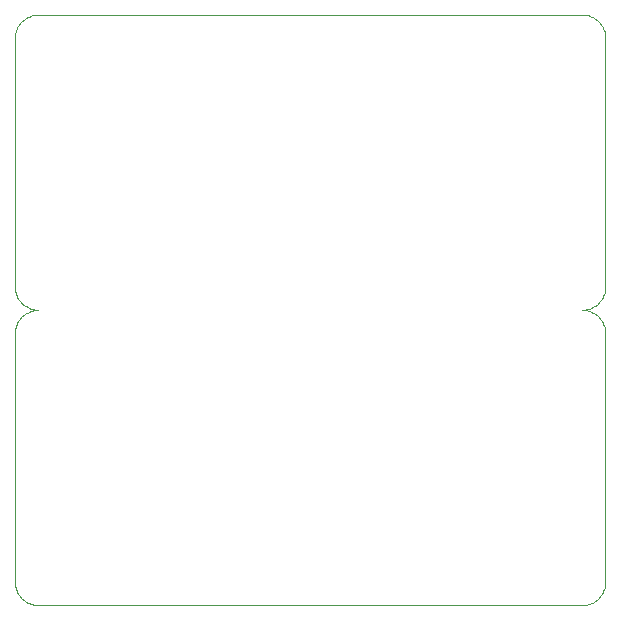
<source format=gbo>
G75*
%MOIN*%
%OFA0B0*%
%FSLAX24Y24*%
%IPPOS*%
%LPD*%
%AMOC8*
5,1,8,0,0,1.08239X$1,22.5*
%
%ADD10C,0.0000*%
%ADD11C,0.0004*%
D10*
X000102Y000889D02*
X000102Y009157D01*
X000102Y010732D02*
X000102Y019000D01*
X000889Y019787D02*
X019000Y019787D01*
X019787Y019000D02*
X019787Y010732D01*
X019787Y009157D02*
X019787Y000889D01*
X019000Y000102D02*
X000889Y000102D01*
D11*
X000835Y000104D01*
X000782Y000109D01*
X000729Y000118D01*
X000677Y000131D01*
X000625Y000147D01*
X000575Y000167D01*
X000527Y000190D01*
X000480Y000217D01*
X000435Y000246D01*
X000392Y000279D01*
X000352Y000314D01*
X000314Y000352D01*
X000279Y000392D01*
X000246Y000435D01*
X000217Y000480D01*
X000190Y000527D01*
X000167Y000575D01*
X000147Y000625D01*
X000131Y000677D01*
X000118Y000729D01*
X000109Y000782D01*
X000104Y000835D01*
X000102Y000889D01*
X000102Y009157D02*
X000104Y009211D01*
X000109Y009264D01*
X000118Y009317D01*
X000131Y009369D01*
X000147Y009421D01*
X000167Y009471D01*
X000190Y009519D01*
X000217Y009566D01*
X000246Y009611D01*
X000279Y009654D01*
X000314Y009694D01*
X000352Y009732D01*
X000392Y009767D01*
X000435Y009800D01*
X000480Y009829D01*
X000527Y009856D01*
X000575Y009879D01*
X000625Y009899D01*
X000677Y009915D01*
X000729Y009928D01*
X000782Y009937D01*
X000835Y009942D01*
X000889Y009944D01*
X000889Y009945D02*
X000835Y009947D01*
X000782Y009952D01*
X000729Y009961D01*
X000677Y009974D01*
X000625Y009990D01*
X000575Y010010D01*
X000527Y010033D01*
X000480Y010060D01*
X000435Y010089D01*
X000392Y010122D01*
X000352Y010157D01*
X000314Y010195D01*
X000279Y010235D01*
X000246Y010278D01*
X000217Y010323D01*
X000190Y010370D01*
X000167Y010418D01*
X000147Y010468D01*
X000131Y010520D01*
X000118Y010572D01*
X000109Y010625D01*
X000104Y010678D01*
X000102Y010732D01*
X000102Y019000D02*
X000104Y019054D01*
X000109Y019107D01*
X000118Y019160D01*
X000131Y019212D01*
X000147Y019264D01*
X000167Y019314D01*
X000190Y019362D01*
X000217Y019409D01*
X000246Y019454D01*
X000279Y019497D01*
X000314Y019537D01*
X000352Y019575D01*
X000392Y019610D01*
X000435Y019643D01*
X000480Y019672D01*
X000527Y019699D01*
X000575Y019722D01*
X000625Y019742D01*
X000677Y019758D01*
X000729Y019771D01*
X000782Y019780D01*
X000835Y019785D01*
X000889Y019787D01*
X019000Y019787D02*
X019054Y019785D01*
X019107Y019780D01*
X019160Y019771D01*
X019212Y019758D01*
X019264Y019742D01*
X019314Y019722D01*
X019362Y019699D01*
X019409Y019672D01*
X019454Y019643D01*
X019497Y019610D01*
X019537Y019575D01*
X019575Y019537D01*
X019610Y019497D01*
X019643Y019454D01*
X019672Y019409D01*
X019699Y019362D01*
X019722Y019314D01*
X019742Y019264D01*
X019758Y019212D01*
X019771Y019160D01*
X019780Y019107D01*
X019785Y019054D01*
X019787Y019000D01*
X019787Y010732D02*
X019785Y010678D01*
X019780Y010625D01*
X019771Y010572D01*
X019758Y010520D01*
X019742Y010468D01*
X019722Y010418D01*
X019699Y010370D01*
X019672Y010323D01*
X019643Y010278D01*
X019610Y010235D01*
X019575Y010195D01*
X019537Y010157D01*
X019497Y010122D01*
X019454Y010089D01*
X019409Y010060D01*
X019362Y010033D01*
X019314Y010010D01*
X019264Y009990D01*
X019212Y009974D01*
X019160Y009961D01*
X019107Y009952D01*
X019054Y009947D01*
X019000Y009945D01*
X019000Y009944D02*
X019054Y009942D01*
X019107Y009937D01*
X019160Y009928D01*
X019212Y009915D01*
X019264Y009899D01*
X019314Y009879D01*
X019362Y009856D01*
X019409Y009829D01*
X019454Y009800D01*
X019497Y009767D01*
X019537Y009732D01*
X019575Y009694D01*
X019610Y009654D01*
X019643Y009611D01*
X019672Y009566D01*
X019699Y009519D01*
X019722Y009471D01*
X019742Y009421D01*
X019758Y009369D01*
X019771Y009317D01*
X019780Y009264D01*
X019785Y009211D01*
X019787Y009157D01*
X019787Y000889D02*
X019785Y000835D01*
X019780Y000782D01*
X019771Y000729D01*
X019758Y000677D01*
X019742Y000625D01*
X019722Y000575D01*
X019699Y000527D01*
X019672Y000480D01*
X019643Y000435D01*
X019610Y000392D01*
X019575Y000352D01*
X019537Y000314D01*
X019497Y000279D01*
X019454Y000246D01*
X019409Y000217D01*
X019362Y000190D01*
X019314Y000167D01*
X019264Y000147D01*
X019212Y000131D01*
X019160Y000118D01*
X019107Y000109D01*
X019054Y000104D01*
X019000Y000102D01*
M02*

</source>
